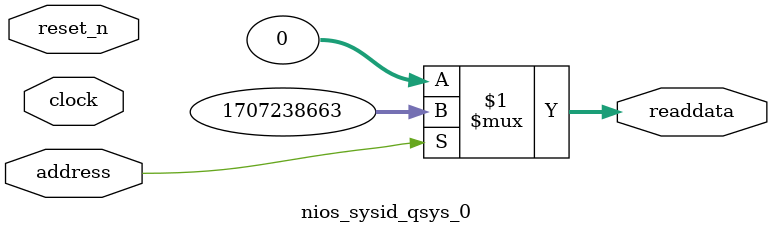
<source format=v>



// synthesis translate_off
`timescale 1ns / 1ps
// synthesis translate_on

// turn off superfluous verilog processor warnings 
// altera message_level Level1 
// altera message_off 10034 10035 10036 10037 10230 10240 10030 

module nios_sysid_qsys_0 (
               // inputs:
                address,
                clock,
                reset_n,

               // outputs:
                readdata
             )
;

  output  [ 31: 0] readdata;
  input            address;
  input            clock;
  input            reset_n;

  wire    [ 31: 0] readdata;
  //control_slave, which is an e_avalon_slave
  assign readdata = address ? 1707238663 : 0;

endmodule



</source>
